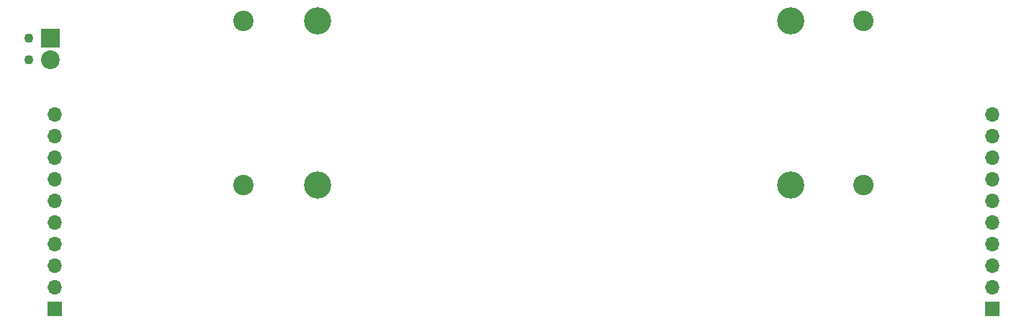
<source format=gbr>
%TF.GenerationSoftware,KiCad,Pcbnew,(7.0.0)*%
%TF.CreationDate,2023-03-03T13:32:30+01:00*%
%TF.ProjectId,Solar Cell offgrid Power,536f6c61-7220-4436-956c-6c206f666667,rev?*%
%TF.SameCoordinates,Original*%
%TF.FileFunction,Soldermask,Bot*%
%TF.FilePolarity,Negative*%
%FSLAX46Y46*%
G04 Gerber Fmt 4.6, Leading zero omitted, Abs format (unit mm)*
G04 Created by KiCad (PCBNEW (7.0.0)) date 2023-03-03 13:32:30*
%MOMM*%
%LPD*%
G01*
G04 APERTURE LIST*
%ADD10R,1.700000X1.700000*%
%ADD11O,1.700000X1.700000*%
%ADD12C,3.200000*%
%ADD13C,2.400000*%
%ADD14C,1.100000*%
%ADD15R,2.200000X2.200000*%
%ADD16C,2.200000*%
G04 APERTURE END LIST*
D10*
%TO.C,J2*%
X113289999Y-111149999D03*
D11*
X113289999Y-108609999D03*
X113289999Y-106069999D03*
X113289999Y-103529999D03*
X113289999Y-100989999D03*
X113289999Y-98449999D03*
X113289999Y-95909999D03*
X113289999Y-93369999D03*
X113289999Y-90829999D03*
X113289999Y-88289999D03*
%TD*%
D12*
%TO.C,BT2*%
X144250000Y-77270000D03*
X144250000Y-96570000D03*
X199870000Y-77270000D03*
X199870000Y-96570000D03*
D13*
X135460000Y-77270000D03*
X208360000Y-77270000D03*
X135460000Y-96570000D03*
X208360000Y-96570000D03*
%TD*%
D10*
%TO.C,J1*%
X223579999Y-111109999D03*
D11*
X223579999Y-108569999D03*
X223579999Y-106029999D03*
X223579999Y-103489999D03*
X223579999Y-100949999D03*
X223579999Y-98409999D03*
X223579999Y-95869999D03*
X223579999Y-93329999D03*
X223579999Y-90789999D03*
X223579999Y-88249999D03*
%TD*%
D14*
%TO.C,J3*%
X110290000Y-79330000D03*
X110290000Y-81870000D03*
D15*
X112829999Y-79329999D03*
D16*
X112830000Y-81870000D03*
%TD*%
M02*

</source>
